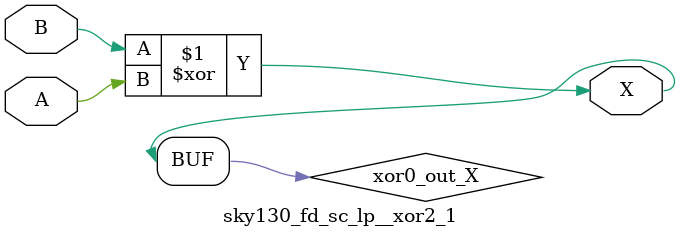
<source format=v>
/*
 * Copyright 2020 The SkyWater PDK Authors
 *
 * Licensed under the Apache License, Version 2.0 (the "License");
 * you may not use this file except in compliance with the License.
 * You may obtain a copy of the License at
 *
 *     https://www.apache.org/licenses/LICENSE-2.0
 *
 * Unless required by applicable law or agreed to in writing, software
 * distributed under the License is distributed on an "AS IS" BASIS,
 * WITHOUT WARRANTIES OR CONDITIONS OF ANY KIND, either express or implied.
 * See the License for the specific language governing permissions and
 * limitations under the License.
 *
 * SPDX-License-Identifier: Apache-2.0
*/


`ifndef SKY130_FD_SC_LP__XOR2_1_FUNCTIONAL_V
`define SKY130_FD_SC_LP__XOR2_1_FUNCTIONAL_V

/**
 * xor2: 2-input exclusive OR.
 *
 *       X = A ^ B
 *
 * Verilog simulation functional model.
 */

`timescale 1ns / 1ps
`default_nettype none

`celldefine
module sky130_fd_sc_lp__xor2_1 (
    X,
    A,
    B
);

    // Module ports
    output X;
    input  A;
    input  B;

    // Local signals
    wire xor0_out_X;

    //  Name  Output      Other arguments
    xor xor0 (xor0_out_X, B, A           );
    buf buf0 (X         , xor0_out_X     );

endmodule
`endcelldefine

`default_nettype wire
`endif  // SKY130_FD_SC_LP__XOR2_1_FUNCTIONAL_V

</source>
